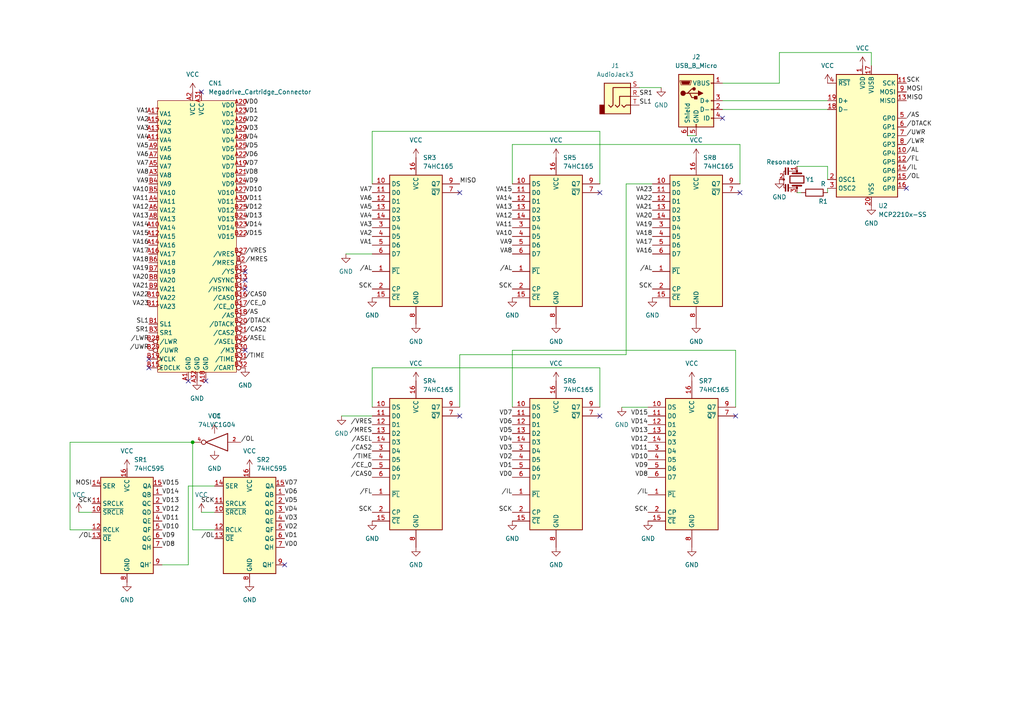
<source format=kicad_sch>
(kicad_sch (version 20211123) (generator eeschema)
  (paper "A4")
  (lib_symbols
    (symbol "74xGxx:74LVC1G04" (pin_names (offset 1.016))
      (property "Reference" "U" (at -2.54 3.81 0))
      (property "Value" "74LVC1G04" (at 0 -3.81 0))
      (symbol "74LVC1G04_0_1"
        (polyline (pts (xy -3.81 2.54) (xy -3.81 -2.54) (xy 2.54 0) (xy -3.81 2.54)) (stroke (width 0.254)))
      )
      (symbol "74LVC1G04_1_1"
        (pin input line (at -7.62 0 0) (length 3.81) (name "~") (number "2"))
        (pin power_in line (at 0 -2.54 270) (length 0) hide (name "GND") (number "3"))
        (pin output inverted (at 6.35 0 180) (length 3.81) (name "~") (number "4"))
        (pin power_in line (at 0 2.54 90) (length 0) hide (name "VCC") (number "5"))
      )
    )
    (symbol "74xx:74HC165"
      (property "Reference" "U" (at -7.62 19.05 0))
      (property "Value" "74HC165" (at -7.62 -21.59 0))
      (symbol "74HC165_1_0"
        (pin input line (at -12.7 -10.16 0) (length 5.08) (name "~{PL}") (number "1"))
        (pin input line (at -12.7 15.24 0) (length 5.08) (name "DS") (number "10"))
        (pin input line (at -12.7 12.7 0) (length 5.08) (name "D0") (number "11"))
        (pin input line (at -12.7 10.16 0) (length 5.08) (name "D1") (number "12"))
        (pin input line (at -12.7 7.62 0) (length 5.08) (name "D2") (number "13"))
        (pin input line (at -12.7 5.08 0) (length 5.08) (name "D3") (number "14"))
        (pin input line (at -12.7 -17.78 0) (length 5.08) (name "~{CE}") (number "15"))
        (pin power_in line (at 0 22.86 270) (length 5.08) (name "VCC") (number "16"))
        (pin input line (at -12.7 -15.24 0) (length 5.08) (name "CP") (number "2"))
        (pin input line (at -12.7 2.54 0) (length 5.08) (name "D4") (number "3"))
        (pin input line (at -12.7 0 0) (length 5.08) (name "D5") (number "4"))
        (pin input line (at -12.7 -2.54 0) (length 5.08) (name "D6") (number "5"))
        (pin input line (at -12.7 -5.08 0) (length 5.08) (name "D7") (number "6"))
        (pin output line (at 12.7 12.7 180) (length 5.08) (name "~{Q7}") (number "7"))
        (pin power_in line (at 0 -25.4 90) (length 5.08) (name "GND") (number "8"))
        (pin output line (at 12.7 15.24 180) (length 5.08) (name "Q7") (number "9"))
      )
      (symbol "74HC165_1_1"
        (rectangle (start -7.62 17.78) (end 7.62 -20.32) (stroke (width 0.254)) (fill (type background)))
      )
    )
    (symbol "74xx:74HC595"
      (property "Reference" "U" (at -7.62 13.97 0))
      (property "Value" "74HC595" (at -7.62 -16.51 0))
      (symbol "74HC595_1_0"
        (pin tri_state line (at 10.16 7.62 180) (length 2.54) (name "QB") (number "1"))
        (pin input line (at -10.16 2.54 0) (length 2.54) (name "~{SRCLR}") (number "10"))
        (pin input line (at -10.16 5.08 0) (length 2.54) (name "SRCLK") (number "11"))
        (pin input line (at -10.16 -2.54 0) (length 2.54) (name "RCLK") (number "12"))
        (pin input line (at -10.16 -5.08 0) (length 2.54) (name "~{OE}") (number "13"))
        (pin input line (at -10.16 10.16 0) (length 2.54) (name "SER") (number "14"))
        (pin tri_state line (at 10.16 10.16 180) (length 2.54) (name "QA") (number "15"))
        (pin power_in line (at 0 15.24 270) (length 2.54) (name "VCC") (number "16"))
        (pin tri_state line (at 10.16 5.08 180) (length 2.54) (name "QC") (number "2"))
        (pin tri_state line (at 10.16 2.54 180) (length 2.54) (name "QD") (number "3"))
        (pin tri_state line (at 10.16 0 180) (length 2.54) (name "QE") (number "4"))
        (pin tri_state line (at 10.16 -2.54 180) (length 2.54) (name "QF") (number "5"))
        (pin tri_state line (at 10.16 -5.08 180) (length 2.54) (name "QG") (number "6"))
        (pin tri_state line (at 10.16 -7.62 180) (length 2.54) (name "QH") (number "7"))
        (pin power_in line (at 0 -17.78 90) (length 2.54) (name "GND") (number "8"))
        (pin output line (at 10.16 -12.7 180) (length 2.54) (name "QH'") (number "9"))
      )
      (symbol "74HC595_1_1"
        (rectangle (start -7.62 12.7) (end 7.62 -15.24) (stroke (width 0.254)) (fill (type background)))
      )
    )
    (symbol "Connector:AudioJack3"
      (property "Reference" "J" (at 0 8.89 0))
      (property "Value" "AudioJack3" (at 0 6.35 0))
      (symbol "AudioJack3_0_1"
        (rectangle (start -5.08 -5.08) (end -6.35 -2.54) (stroke (width 0.254)) (fill (type outline)))
        (polyline (pts (xy 0 -2.54) (xy 0.635 -3.175) (xy 1.27 -2.54) (xy 2.54 -2.54)) (stroke (width 0.254)))
        (polyline (pts (xy -1.905 -2.54) (xy -1.27 -3.175) (xy -0.635 -2.54) (xy -0.635 0) (xy 2.54 0)) (stroke (width 0.254)))
        (polyline (pts (xy 2.54 2.54) (xy -2.54 2.54) (xy -2.54 -2.54) (xy -3.175 -3.175) (xy -3.81 -2.54)) (stroke (width 0.254)))
        (rectangle (start 2.54 3.81) (end -5.08 -5.08) (stroke (width 0.254)) (fill (type background)))
      )
      (symbol "AudioJack3_1_1"
        (pin passive line (at 5.08 0 180) (length 2.54) (name "~") (number "R"))
        (pin passive line (at 5.08 2.54 180) (length 2.54) (name "~") (number "S"))
        (pin passive line (at 5.08 -2.54 180) (length 2.54) (name "~") (number "T"))
      )
    )
    (symbol "Connector:USB_B_Micro" (pin_names (offset 1.016))
      (property "Reference" "J" (at -5.08 11.43 0))
      (property "Value" "USB_B_Micro" (at -5.08 8.89 0))
      (symbol "USB_B_Micro_0_1"
        (rectangle (start -5.08 -7.62) (end 5.08 7.62) (stroke (width 0.254)) (fill (type background)))
        (circle (center -3.81 2.159) (radius 0.635) (stroke (width 0.254)) (fill (type outline)))
        (circle (center -0.635 3.429) (radius 0.381) (stroke (width 0.254)) (fill (type outline)))
        (rectangle (start -0.127 -7.62) (end 0.127 -6.858))
        (polyline (pts (xy -1.905 2.159) (xy 0.635 2.159)) (stroke (width 0.254)))
        (polyline (pts (xy -3.175 2.159) (xy -2.54 2.159) (xy -1.27 3.429) (xy -0.635 3.429)) (stroke (width 0.254)))
        (polyline (pts (xy -2.54 2.159) (xy -1.905 2.159) (xy -1.27 0.889) (xy 0 0.889)) (stroke (width 0.254)))
        (polyline (pts (xy 0.635 2.794) (xy 0.635 1.524) (xy 1.905 2.159) (xy 0.635 2.794)) (stroke (width 0.254)) (fill (type outline)))
        (polyline (pts (xy -4.318 5.588) (xy -1.778 5.588) (xy -2.032 4.826) (xy -4.064 4.826) (xy -4.318 5.588)) (fill (type outline)))
        (polyline (pts (xy -4.699 5.842) (xy -4.699 5.588) (xy -4.445 4.826) (xy -4.445 4.572) (xy -1.651 4.572) (xy -1.651 4.826) (xy -1.397 5.588) (xy -1.397 5.842) (xy -4.699 5.842)))
        (rectangle (start 0.254 1.27) (end -0.508 0.508) (stroke (width 0.254)) (fill (type outline)))
        (rectangle (start 5.08 -5.207) (end 4.318 -4.953))
        (rectangle (start 5.08 -2.667) (end 4.318 -2.413))
        (rectangle (start 5.08 -0.127) (end 4.318 0.127))
        (rectangle (start 5.08 4.953) (end 4.318 5.207))
      )
      (symbol "USB_B_Micro_1_1"
        (pin power_out line (at 7.62 5.08 180) (length 2.54) (name "VBUS") (number "1"))
        (pin bidirectional line (at 7.62 -2.54 180) (length 2.54) (name "D-") (number "2"))
        (pin bidirectional line (at 7.62 0 180) (length 2.54) (name "D+") (number "3"))
        (pin passive line (at 7.62 -5.08 180) (length 2.54) (name "ID") (number "4"))
        (pin power_out line (at 0 -10.16 90) (length 2.54) (name "GND") (number "5"))
        (pin passive line (at -2.54 -10.16 90) (length 2.54) (name "Shield") (number "6"))
      )
    )
    (symbol "Device:R" (pin_numbers hide) (pin_names (offset 0))
      (property "Reference" "R" (at 2.032 0 90))
      (property "Value" "R" (at 0 0 90))
      (symbol "R_0_1"
        (rectangle (start -1.016 -2.54) (end 1.016 2.54) (stroke (width 0.254)))
      )
      (symbol "R_1_1"
        (pin passive line (at 0 3.81 270) (length 1.27) (name "~") (number "1"))
        (pin passive line (at 0 -3.81 90) (length 1.27) (name "~") (number "2"))
      )
    )
    (symbol "Device:Resonator" (pin_names (offset 1.016) hide)
      (property "Reference" "Y" (at 0 5.715 0))
      (property "Value" "Resonator" (at 0 3.81 0))
      (symbol "Resonator_0_1"
        (rectangle (start -3.429 -3.175) (end -1.397 -3.429) (fill (type outline)))
        (rectangle (start -3.429 -2.413) (end -1.397 -2.667) (fill (type outline)))
        (circle (center -2.413 0) (radius 0.254) (fill (type outline)))
        (rectangle (start -1.016 2.032) (end 1.016 -2.032) (stroke (width 0.3048)))
        (circle (center 0 -3.81) (radius 0.254) (fill (type outline)))
        (polyline (pts (xy -2.413 -2.413) (xy -2.413 0)))
        (polyline (pts (xy -1.905 0) (xy -3.175 0)))
        (polyline (pts (xy -1.778 -1.27) (xy -1.778 1.27)) (stroke (width 0.508)))
        (polyline (pts (xy 1.778 -1.27) (xy 1.778 1.27)) (stroke (width 0.508)))
        (polyline (pts (xy 1.905 0) (xy 2.54 0)))
        (polyline (pts (xy 2.413 0) (xy 2.413 -2.54)))
        (polyline (pts (xy 2.413 -3.302) (xy 2.413 -3.81) (xy -2.413 -3.81) (xy -2.413 -3.302)))
        (rectangle (start 1.397 -3.175) (end 3.429 -3.429) (fill (type outline)))
        (rectangle (start 1.397 -2.413) (end 3.429 -2.667) (fill (type outline)))
        (circle (center 2.413 0) (radius 0.254) (fill (type outline)))
      )
      (symbol "Resonator_1_1"
        (pin passive line (at -3.81 0 0) (length 1.27) (name "1") (number "1"))
        (pin passive line (at 0 -5.08 90) (length 1.27) (name "2") (number "2"))
        (pin passive line (at 3.81 0 180) (length 1.27) (name "3") (number "3"))
      )
    )
    (symbol "Interface_USB:MCP2210x-SS"
      (property "Reference" "U" (at -10.16 19.05 0))
      (property "Value" "MCP2210x-SS" (at 10.16 19.05 0))
      (symbol "MCP2210x-SS_0_1"
        (rectangle (start -10.16 17.78) (end 7.62 -17.78) (stroke (width 0.254)) (fill (type background)))
      )
      (symbol "MCP2210x-SS_1_1"
        (pin power_in line (at -2.54 20.32 270) (length 2.54) (name "VDD") (number "1"))
        (pin bidirectional line (at 10.16 -5.08 180) (length 2.54) (name "GP4") (number "10"))
        (pin output line (at 10.16 15.24 180) (length 2.54) (name "SCK") (number "11"))
        (pin bidirectional line (at 10.16 -7.62 180) (length 2.54) (name "GP5") (number "12"))
        (pin input line (at 10.16 10.16 180) (length 2.54) (name "MISO") (number "13"))
        (pin bidirectional line (at 10.16 -10.16 180) (length 2.54) (name "GP6") (number "14"))
        (pin bidirectional line (at 10.16 -12.7 180) (length 2.54) (name "GP7") (number "15"))
        (pin bidirectional line (at 10.16 -15.24 180) (length 2.54) (name "GP8") (number "16"))
        (pin passive line (at 0 20.32 270) (length 2.54) (name "VUSB") (number "17"))
        (pin bidirectional line (at -12.7 7.62 0) (length 2.54) (name "D-") (number "18"))
        (pin bidirectional line (at -12.7 10.16 0) (length 2.54) (name "D+") (number "19"))
        (pin input line (at -12.7 -12.7 0) (length 2.54) (name "OSC1") (number "2"))
        (pin power_in line (at 0 -20.32 90) (length 2.54) (name "VSS") (number "20"))
        (pin output line (at -12.7 -15.24 0) (length 2.54) (name "OSC2") (number "3"))
        (pin input line (at -12.7 15.24 0) (length 2.54) (name "~{RST}") (number "4"))
        (pin bidirectional line (at 10.16 5.08 180) (length 2.54) (name "GP0") (number "5"))
        (pin bidirectional line (at 10.16 2.54 180) (length 2.54) (name "GP1") (number "6"))
        (pin bidirectional line (at 10.16 0 180) (length 2.54) (name "GP2") (number "7"))
        (pin bidirectional line (at 10.16 -2.54 180) (length 2.54) (name "GP3") (number "8"))
        (pin output line (at 10.16 12.7 180) (length 2.54) (name "MOSI") (number "9"))
      )
    )
    (symbol "MegaLink:Megadrive_Cartridge_Connector"
      (property "Reference" "C" (at 0 35.56 0))
      (property "Value" "Megadrive_Cartridge_Connector" (at 0 33.02 0))
      (symbol "Megadrive_Cartridge_Connector_0_0"
        (pin power_out line (at -2.54 -53.34 90) (length 2.54) (name "GND") (number "A1"))
        (pin output line (at -13.97 -8.89 0) (length 2.54) (name "VA14") (number "A10"))
        (pin output line (at -13.97 16.51 0) (length 2.54) (name "VA4") (number "A11"))
        (pin output line (at -13.97 -11.43 0) (length 2.54) (name "VA15") (number "A12"))
        (pin output line (at -13.97 19.05 0) (length 2.54) (name "VA3") (number "A13"))
        (pin output line (at -13.97 -13.97 0) (length 2.54) (name "VA16") (number "A14"))
        (pin output line (at -13.97 21.59 0) (length 2.54) (name "VA2") (number "A15"))
        (pin output line (at -13.97 -16.51 0) (length 2.54) (name "VA17") (number "A16"))
        (pin output line (at -13.97 24.13 0) (length 2.54) (name "VA1") (number "A17"))
        (pin power_out line (at 2.54 -53.34 90) (length 2.54) (name "GND") (number "A18"))
        (pin bidirectional line (at 13.97 8.89 180) (length 2.54) (name "VD7") (number "A19"))
        (pin power_out line (at -1.27 30.48 270) (length 2.54) (name "VCC") (number "A2"))
        (pin bidirectional line (at 13.97 26.67 180) (length 2.54) (name "VD0") (number "A20"))
        (pin bidirectional line (at 13.97 6.35 180) (length 2.54) (name "VD8") (number "A21"))
        (pin bidirectional line (at 13.97 11.43 180) (length 2.54) (name "VD6") (number "A22"))
        (pin bidirectional line (at 13.97 24.13 180) (length 2.54) (name "VD1") (number "A23"))
        (pin bidirectional line (at 13.97 3.81 180) (length 2.54) (name "VD9") (number "A24"))
        (pin bidirectional line (at 13.97 13.97 180) (length 2.54) (name "VD5") (number "A25"))
        (pin bidirectional line (at 13.97 21.59 180) (length 2.54) (name "VD2") (number "A26"))
        (pin bidirectional line (at 13.97 1.27 180) (length 2.54) (name "VD10") (number "A27"))
        (pin bidirectional line (at 13.97 16.51 180) (length 2.54) (name "VD4") (number "A28"))
        (pin bidirectional line (at 13.97 19.05 180) (length 2.54) (name "VD3") (number "A29"))
        (pin output line (at -13.97 6.35 0) (length 2.54) (name "VA8") (number "A3"))
        (pin bidirectional line (at 13.97 -1.27 180) (length 2.54) (name "VD11") (number "A30"))
        (pin power_out line (at 1.27 30.48 270) (length 2.54) (name "VCC") (number "A31"))
        (pin power_out line (at 0 -53.34 90) (length 2.54) (name "GND") (number "A32"))
        (pin output line (at -13.97 -1.27 0) (length 2.54) (name "VA11") (number "A4"))
        (pin output line (at -13.97 8.89 0) (length 2.54) (name "VA7") (number "A5"))
        (pin output line (at -13.97 -3.81 0) (length 2.54) (name "VA12") (number "A6"))
        (pin output line (at -13.97 11.43 0) (length 2.54) (name "VA6") (number "A7"))
        (pin output line (at -13.97 -6.35 0) (length 2.54) (name "VA13") (number "A8"))
        (pin output line (at -13.97 13.97 0) (length 2.54) (name "VA5") (number "A9"))
        (pin input line (at -13.97 -36.83 0) (length 2.54) (name "SL1") (number "B1"))
        (pin output line (at -13.97 -29.21 0) (length 2.54) (name "VA22") (number "B10"))
        (pin output line (at -13.97 -31.75 0) (length 2.54) (name "VA23") (number "B11"))
        (pin output inverted (at 13.97 -21.59 180) (length 2.54) (name "/YS") (number "B12"))
        (pin output inverted (at 13.97 -24.13 180) (length 2.54) (name "/VSYNC") (number "B13"))
        (pin output inverted (at 13.97 -26.67 180) (length 2.54) (name "/HSYNC") (number "B14"))
        (pin output clock (at -13.97 -49.53 0) (length 2.54) (name "EDCLK") (number "B15"))
        (pin output inverted (at 13.97 -29.21 180) (length 2.54) (name "/CAS0") (number "B16"))
        (pin output inverted (at 13.97 -31.75 180) (length 2.54) (name "/CE_0") (number "B17"))
        (pin output inverted (at 13.97 -34.29 180) (length 2.54) (name "/AS") (number "B18"))
        (pin output clock (at -13.97 -46.99 0) (length 2.54) (name "VCLK") (number "B19"))
        (pin output inverted (at 13.97 -19.05 180) (length 2.54) (name "/MRES") (number "B2"))
        (pin input inverted (at 13.97 -36.83 180) (length 2.54) (name "/DTACK") (number "B20"))
        (pin output inverted (at 13.97 -39.37 180) (length 2.54) (name "/CAS2") (number "B21"))
        (pin bidirectional line (at 13.97 -11.43 180) (length 2.54) (name "VD15") (number "B22"))
        (pin bidirectional line (at 13.97 -8.89 180) (length 2.54) (name "VD14") (number "B23"))
        (pin bidirectional line (at 13.97 -6.35 180) (length 2.54) (name "VD13") (number "B24"))
        (pin bidirectional line (at 13.97 -3.81 180) (length 2.54) (name "VD12") (number "B25"))
        (pin output inverted (at 13.97 -41.91 180) (length 2.54) (name "/ASEL") (number "B26"))
        (pin output inverted (at 13.97 -16.51 180) (length 2.54) (name "/VRES") (number "B27"))
        (pin output inverted (at -13.97 -41.91 0) (length 2.54) (name "/LWR") (number "B28"))
        (pin output inverted (at -13.97 -44.45 0) (length 2.54) (name "/UWR") (number "B29"))
        (pin input line (at -13.97 -39.37 0) (length 2.54) (name "SR1") (number "B3"))
        (pin input inverted (at 13.97 -44.45 180) (length 2.54) (name "/M3") (number "B30"))
        (pin output inverted (at 13.97 -46.99 180) (length 2.54) (name "/TIME") (number "B31"))
        (pin input inverted (at 13.97 -49.53 180) (length 2.54) (name "/CART") (number "B32"))
        (pin output line (at -13.97 3.81 0) (length 2.54) (name "VA9") (number "B4"))
        (pin output line (at -13.97 1.27 0) (length 2.54) (name "VA10") (number "B5"))
        (pin output line (at -13.97 -19.05 0) (length 2.54) (name "VA18") (number "B6"))
        (pin output line (at -13.97 -21.59 0) (length 2.54) (name "VA19") (number "B7"))
        (pin output line (at -13.97 -24.13 0) (length 2.54) (name "VA20") (number "B8"))
        (pin output line (at -13.97 -26.67 0) (length 2.54) (name "VA21") (number "B9"))
      )
      (symbol "Megadrive_Cartridge_Connector_0_1"
        (rectangle (start -11.43 27.94) (end 11.43 -50.8) (fill (type background)))
      )
    )
    (symbol "power:GND" (power) (pin_names (offset 0))
      (property "Value" "GND" (at 0 -3.81 0))
      (symbol "GND_0_1"
        (polyline (pts (xy 0 0) (xy 0 -1.27) (xy 1.27 -1.27) (xy 0 -2.54) (xy -1.27 -1.27) (xy 0 -1.27)))
      )
      (symbol "GND_1_1"
        (pin power_in line (at 0 0 270) (length 0) hide (name "GND") (number "1"))
      )
    )
    (symbol "power:VCC" (power) (pin_names (offset 0))
      (property "Value" "VCC" (at 0 3.81 0))
      (symbol "VCC_0_1"
        (polyline (pts (xy -0.762 1.27) (xy 0 2.54)))
        (polyline (pts (xy 0 0) (xy 0 2.54)))
        (polyline (pts (xy 0 2.54) (xy 0.762 1.27)))
      )
      (symbol "VCC_1_1"
        (pin power_in line (at 0 0 90) (length 0) hide (name "VCC") (number "1"))
      )
    )
  )
  (junction (at 55.88 128.27))
  (no_connect (at 173.99 55.88))
  (no_connect (at 59.69 110.49))
  (no_connect (at 71.12 101.6))
  (no_connect (at 133.35 55.88))
  (no_connect (at 43.18 106.68))
  (no_connect (at 82.55 163.83))
  (no_connect (at 262.89 54.61))
  (no_connect (at 43.18 104.14))
  (no_connect (at 71.12 83.82))
  (no_connect (at 214.63 55.88))
  (no_connect (at 173.99 120.65))
  (no_connect (at 71.12 78.74))
  (no_connect (at 54.61 110.49))
  (no_connect (at 213.36 120.65))
  (no_connect (at 71.12 81.28))
  (no_connect (at 58.42 26.67))
  (no_connect (at 209.55 34.29))
  (no_connect (at 133.35 120.65))
  (wire (pts (xy 209.55 31.75) (xy 240.03 31.75)))
  (wire (pts (xy 55.88 128.27) (xy 55.88 153.67)))
  (wire (pts (xy 209.55 29.21) (xy 240.03 29.21)))
  (wire (pts (xy 107.95 38.1) (xy 107.95 53.34)))
  (wire (pts (xy 199.39 39.37) (xy 201.93 39.37)))
  (wire (pts (xy 240.03 52.07) (xy 240.03 48.26)))
  (wire (pts (xy 22.86 148.59) (xy 26.67 148.59)))
  (wire (pts (xy 107.95 118.11) (xy 107.95 106.68)))
  (wire (pts (xy 231.14 55.88) (xy 232.41 55.88)))
  (wire (pts (xy 173.99 106.68) (xy 173.99 118.11)))
  (wire (pts (xy 181.61 102.87) (xy 133.35 102.87)))
  (wire (pts (xy 181.61 53.34) (xy 181.61 102.87)))
  (wire (pts (xy 173.99 53.34) (xy 173.99 38.1)))
  (wire (pts (xy 240.03 54.61) (xy 240.03 55.88)))
  (wire (pts (xy 58.42 148.59) (xy 62.23 148.59)))
  (wire (pts (xy 20.32 128.27) (xy 55.88 128.27)))
  (wire (pts (xy 99.06 120.65) (xy 107.95 120.65)))
  (wire (pts (xy 252.73 15.24) (xy 226.06 15.24)))
  (wire (pts (xy 54.61 163.83) (xy 46.99 163.83)))
  (wire (pts (xy 148.59 118.11) (xy 148.59 101.6)))
  (wire (pts (xy 148.59 101.6) (xy 213.36 101.6)))
  (wire (pts (xy 55.88 153.67) (xy 62.23 153.67)))
  (wire (pts (xy 214.63 53.34) (xy 214.63 41.91)))
  (wire (pts (xy 133.35 102.87) (xy 133.35 118.11)))
  (wire (pts (xy 62.23 140.97) (xy 54.61 140.97)))
  (wire (pts (xy 107.95 106.68) (xy 173.99 106.68)))
  (wire (pts (xy 189.23 53.34) (xy 181.61 53.34)))
  (wire (pts (xy 240.03 48.26) (xy 231.14 48.26)))
  (wire (pts (xy 180.34 118.11) (xy 187.96 118.11)))
  (wire (pts (xy 185.42 25.4) (xy 191.77 25.4)))
  (wire (pts (xy 226.06 24.13) (xy 209.55 24.13)))
  (wire (pts (xy 214.63 41.91) (xy 148.59 41.91)))
  (wire (pts (xy 54.61 140.97) (xy 54.61 163.83)))
  (wire (pts (xy 226.06 15.24) (xy 226.06 24.13)))
  (wire (pts (xy 20.32 128.27) (xy 20.32 153.67)))
  (wire (pts (xy 173.99 38.1) (xy 107.95 38.1)))
  (wire (pts (xy 20.32 153.67) (xy 26.67 153.67)))
  (wire (pts (xy 148.59 41.91) (xy 148.59 53.34)))
  (wire (pts (xy 213.36 101.6) (xy 213.36 118.11)))
  (wire (pts (xy 100.33 73.66) (xy 107.95 73.66)))
  (wire (pts (xy 252.73 19.05) (xy 252.73 15.24)))
  (label "{slash}AL" (at 262.89 44.45 0))
  (label "VA21" (at 189.23 60.96 180))
  (label "VD2" (at 148.59 133.35 180))
  (label "VD12" (at 71.12 60.96 0))
  (label "VD2" (at 71.12 35.56 0))
  (label "{slash}TIME" (at 71.12 104.14 0))
  (label "VD1" (at 148.59 135.89 180))
  (label "{slash}VRES" (at 71.12 73.66 0))
  (label "{slash}MRES" (at 107.95 125.73 180))
  (label "SCK" (at 262.89 24.13 0))
  (label "VA20" (at 189.23 63.5 180))
  (label "VD11" (at 46.99 151.13 0))
  (label "VA13" (at 148.59 60.96 180))
  (label "VD12" (at 46.99 148.59 0))
  (label "{slash}AS" (at 262.89 34.29 0))
  (label "{slash}UWR" (at 43.18 101.6 180))
  (label "SCK" (at 187.96 148.59 180))
  (label "VA13" (at 43.18 63.5 180))
  (label "VD14" (at 71.12 66.04 0))
  (label "VD0" (at 148.59 138.43 180))
  (label "{slash}CAS2" (at 107.95 130.81 180))
  (label "SL1" (at 43.18 93.98 180))
  (label "VA4" (at 43.18 40.64 180))
  (label "VA3" (at 107.95 66.04 180))
  (label "VD8" (at 71.12 50.8 0))
  (label "VA9" (at 43.18 53.34 180))
  (label "VD11" (at 187.96 130.81 180))
  (label "VD6" (at 71.12 45.72 0))
  (label "SCK" (at 148.59 148.59 180))
  (label "VA22" (at 189.23 58.42 180))
  (label "{slash}ASEL" (at 107.95 128.27 180))
  (label "VD10" (at 187.96 133.35 180))
  (label "VD3" (at 71.12 38.1 0))
  (label "{slash}CE_0" (at 71.12 88.9 0))
  (label "SCK" (at 62.23 146.05 180))
  (label "VA2" (at 107.95 68.58 180))
  (label "VA10" (at 43.18 55.88 180))
  (label "VA19" (at 189.23 66.04 180))
  (label "VA5" (at 107.95 60.96 180))
  (label "VA3" (at 43.18 38.1 180))
  (label "VA12" (at 43.18 60.96 180))
  (label "MOSI" (at 262.89 26.67 0))
  (label "VA23" (at 43.18 88.9 180))
  (label "VA21" (at 43.18 83.82 180))
  (label "VD6" (at 148.59 123.19 180))
  (label "VD4" (at 148.59 128.27 180))
  (label "VD3" (at 82.55 151.13 0))
  (label "VD8" (at 187.96 138.43 180))
  (label "VD10" (at 71.12 55.88 0))
  (label "{slash}IL" (at 187.96 143.51 180))
  (label "MISO" (at 262.89 29.21 0))
  (label "VA4" (at 107.95 63.5 180))
  (label "{slash}AS" (at 71.12 91.44 0))
  (label "VD11" (at 71.12 58.42 0))
  (label "{slash}AL" (at 148.59 78.74 180))
  (label "VD1" (at 82.55 156.21 0))
  (label "VA20" (at 43.18 81.28 180))
  (label "VA17" (at 189.23 71.12 180))
  (label "VD14" (at 187.96 123.19 180))
  (label "{slash}TIME" (at 107.95 133.35 180))
  (label "VA17" (at 43.18 73.66 180))
  (label "SCK" (at 26.67 146.05 180))
  (label "VA6" (at 107.95 58.42 180))
  (label "SCK" (at 189.23 83.82 180))
  (label "VD9" (at 187.96 135.89 180))
  (label "VD12" (at 187.96 128.27 180))
  (label "VD9" (at 71.12 53.34 0))
  (label "VD0" (at 71.12 30.48 0))
  (label "VD7" (at 82.55 140.97 0))
  (label "SCK" (at 107.95 148.59 180))
  (label "{slash}IL" (at 148.59 143.51 180))
  (label "VA9" (at 148.59 71.12 180))
  (label "{slash}DTACK" (at 71.12 93.98 0))
  (label "{slash}VRES" (at 107.95 123.19 180))
  (label "VD0" (at 82.55 158.75 0))
  (label "VD8" (at 46.99 158.75 0))
  (label "SR1" (at 185.42 27.94 0))
  (label "VD2" (at 82.55 153.67 0))
  (label "{slash}ASEL" (at 71.12 99.06 0))
  (label "{slash}CAS0" (at 71.12 86.36 0))
  (label "VD10" (at 46.99 153.67 0))
  (label "VD4" (at 71.12 40.64 0))
  (label "VA11" (at 43.18 58.42 180))
  (label "VA2" (at 43.18 35.56 180))
  (label "SCK" (at 107.95 83.82 180))
  (label "VD7" (at 71.12 48.26 0))
  (label "VA7" (at 43.18 48.26 180))
  (label "{slash}CAS0" (at 107.95 138.43 180))
  (label "{slash}OL" (at 262.89 52.07 0))
  (label "{slash}CE_0" (at 107.95 135.89 180))
  (label "VD15" (at 46.99 140.97 0))
  (label "{slash}AL" (at 189.23 78.74 180))
  (label "VA8" (at 148.59 73.66 180))
  (label "MOSI" (at 26.67 140.97 180))
  (label "SR1" (at 43.18 96.52 180))
  (label "{slash}FL" (at 107.95 143.51 180))
  (label "{slash}MRES" (at 71.12 76.2 0))
  (label "VA14" (at 43.18 66.04 180))
  (label "VD13" (at 187.96 125.73 180))
  (label "VA12" (at 148.59 63.5 180))
  (label "{slash}IL" (at 262.89 49.53 0))
  (label "VD3" (at 148.59 130.81 180))
  (label "VD6" (at 82.55 143.51 0))
  (label "{slash}AL" (at 107.95 78.74 180))
  (label "VA16" (at 43.18 71.12 180))
  (label "SL1" (at 185.42 30.48 0))
  (label "{slash}OL" (at 62.23 156.21 180))
  (label "VD7" (at 148.59 120.65 180))
  (label "VD5" (at 148.59 125.73 180))
  (label "VA16" (at 189.23 73.66 180))
  (label "VD5" (at 82.55 146.05 0))
  (label "MISO" (at 133.35 53.34 0))
  (label "SCK" (at 148.59 83.82 180))
  (label "{slash}OL" (at 26.67 156.21 180))
  (label "{slash}DTACK" (at 262.89 36.83 0))
  (label "VA10" (at 148.59 68.58 180))
  (label "VD15" (at 187.96 120.65 180))
  (label "VA19" (at 43.18 78.74 180))
  (label "VA18" (at 43.18 76.2 180))
  (label "VA6" (at 43.18 45.72 180))
  (label "VA23" (at 189.23 55.88 180))
  (label "VA1" (at 107.95 71.12 180))
  (label "VA8" (at 43.18 50.8 180))
  (label "{slash}LWR" (at 43.18 99.06 180))
  (label "VA22" (at 43.18 86.36 180))
  (label "VA5" (at 43.18 43.18 180))
  (label "{slash}OL" (at 69.85 128.27 0))
  (label "{slash}FL" (at 262.89 46.99 0))
  (label "{slash}CAS2" (at 71.12 96.52 0))
  (label "VD13" (at 46.99 146.05 0))
  (label "VA1" (at 43.18 33.02 180))
  (label "VA11" (at 148.59 66.04 180))
  (label "VA15" (at 43.18 68.58 180))
  (label "VD4" (at 82.55 148.59 0))
  (label "VD1" (at 71.12 33.02 0))
  (label "VA14" (at 148.59 58.42 180))
  (label "VA18" (at 189.23 68.58 180))
  (label "VD13" (at 71.12 63.5 0))
  (label "VA15" (at 148.59 55.88 180))
  (label "VD15" (at 71.12 68.58 0))
  (label "VD14" (at 46.99 143.51 0))
  (label "{slash}LWR" (at 262.89 41.91 0))
  (label "VD5" (at 71.12 43.18 0))
  (label "VD9" (at 46.99 156.21 0))
  (label "VA7" (at 107.95 55.88 180))
  (label "{slash}UWR" (at 262.89 39.37 0))
  (symbol (lib_id "power:VCC") (at 62.23 125.73 0) (unit 1)
    (property "Reference" "#PWR07" (effects hide))
    (property "Value" "VCC" (at 62.23 120.65 0))
  )
  (symbol (lib_id "power:GND") (at 148.59 86.36 0) (unit 1)
    (property "Reference" "#PWR020" (effects hide))
    (property "Value" "GND" (at 148.59 91.44 0))
  )
  (symbol (lib_id "power:GND") (at 62.23 130.81 0) (unit 1)
    (property "Reference" "#PWR08" (effects hide))
    (property "Value" "GND" (at 62.23 135.89 0))
  )
  (symbol (lib_id "power:GND") (at 189.23 86.36 0) (unit 1)
    (property "Reference" "#PWR028" (effects hide))
    (property "Value" "GND" (at 189.23 91.44 0))
  )
  (symbol (lib_id "power:GND") (at 201.93 93.98 0) (unit 1)
    (property "Reference" "#PWR033" (effects hide))
    (property "Value" "GND" (at 201.93 99.06 0))
  )
  (symbol (lib_id "power:GND") (at 180.34 118.11 0) (unit 1)
    (property "Reference" "#PWR026" (effects hide))
    (property "Value" "GND" (at 180.34 123.19 0))
  )
  (symbol (lib_id "power:GND") (at 120.65 158.75 0) (unit 1)
    (property "Reference" "#PWR019" (effects hide))
    (property "Value" "GND" (at 120.65 163.83 0))
  )
  (symbol (lib_id "power:VCC") (at 201.93 45.72 0) (unit 1)
    (property "Reference" "#PWR032" (effects hide))
    (property "Value" "VCC" (at 201.93 40.64 0))
  )
  (symbol (lib_id "power:VCC") (at 200.66 110.49 0) (unit 1)
    (property "Reference" "#PWR030" (effects hide))
    (property "Value" "VCC" (at 200.66 105.41 0))
  )
  (symbol (lib_id "power:GND") (at 72.39 168.91 0) (unit 1)
    (property "Reference" "#PWR011" (effects hide))
    (property "Value" "GND" (at 72.39 173.99 0))
  )
  (symbol (lib_id "74xx:74HC595") (at 36.83 151.13 0) (unit 1)
    (property "Reference" "SR1" (at 38.8494 133.35 0) (effects (justify left)))
    (property "Value" "74HC595" (at 38.8494 135.89 0) (effects (justify left)))
    (property "Footprint" "MegaLink:74HC165_SO16" (effects hide))
    (property "Datasheet" "http://www.ti.com/lit/ds/symlink/sn74hc595.pdf" (effects hide))
  )
  (symbol (lib_id "power:GND") (at 226.06 52.07 0) (unit 1)
    (property "Reference" "#PWR034" (effects hide))
    (property "Value" "GND" (at 226.06 57.15 0))
  )
  (symbol (lib_id "Device:R") (at 236.22 55.88 90) (mirror x) (unit 1)
    (property "Reference" "R1" (at 238.76 58.42 90))
    (property "Value" "R" (at 238.76 53.34 90))
    (property "Footprint" "Resistor_THT:R_Axial_DIN0204_L3.6mm_D1.6mm_P5.08mm_Horizontal" (effects hide))
  )
  (symbol (lib_id "74xx:74HC165") (at 200.66 133.35 0) (unit 1)
    (property "Reference" "SR7" (at 202.6794 110.49 0) (effects (justify left)))
    (property "Value" "74HC165" (at 202.6794 113.03 0) (effects (justify left)))
    (property "Footprint" "MegaLink:74HC165_SO16" (effects hide))
    (property "Datasheet" "https://assets.nexperia.com/documents/data-sheet/74HC_HCT165.pdf" (effects hide))
  )
  (symbol (lib_id "power:GND") (at 120.65 93.98 0) (unit 1)
    (property "Reference" "#PWR017" (effects hide))
    (property "Value" "GND" (at 120.65 99.06 0))
  )
  (symbol (lib_id "power:GND") (at 107.95 151.13 0) (unit 1)
    (property "Reference" "#PWR015" (effects hide))
    (property "Value" "GND" (at 107.95 156.21 0))
  )
  (symbol (lib_id "power:GND") (at 36.83 168.91 0) (unit 1)
    (property "Reference" "#PWR03" (effects hide))
    (property "Value" "GND" (at 36.83 173.99 0))
  )
  (symbol (lib_id "Connector:AudioJack3") (at 180.34 27.94 0) (unit 1)
    (property "Reference" "J1" (at 178.435 19.05 0))
    (property "Value" "AudioJack3" (at 178.435 21.59 0))
    (property "Footprint" "Connector_Audio:Jack_3.5mm_CUI_SJ-3523-SMT_Horizontal" (effects hide))
  )
  (symbol (lib_id "power:GND") (at 161.29 158.75 0) (unit 1)
    (property "Reference" "#PWR025" (effects hide))
    (property "Value" "GND" (at 161.29 163.83 0))
  )
  (symbol (lib_id "power:VCC") (at 120.65 110.49 0) (unit 1)
    (property "Reference" "#PWR018" (effects hide))
    (property "Value" "VCC" (at 120.65 105.41 0))
  )
  (symbol (lib_id "power:GND") (at 191.77 25.4 0) (unit 1)
    (property "Reference" "#PWR029" (effects hide))
    (property "Value" "GND" (at 191.77 30.48 0))
  )
  (symbol (lib_id "Interface_USB:MCP2210x-SS") (at 252.73 39.37 0) (unit 1)
    (property "Reference" "U2" (at 254.7494 59.69 0) (effects (justify left)))
    (property "Value" "MCP2210x-SS" (at 254.7494 62.23 0) (effects (justify left)))
    (property "Footprint" "Package_SO:SSOP-20_5.3x7.2mm_P0.65mm" (effects hide))
    (property "Datasheet" "https://ww1.microchip.com/downloads/en/DeviceDoc/22288A.pdf" (effects hide))
  )
  (symbol (lib_id "power:VCC") (at 36.83 135.89 0) (unit 1)
    (property "Reference" "#PWR02" (effects hide))
    (property "Value" "VCC" (at 36.83 130.81 0))
  )
  (symbol (lib_id "74xx:74HC165") (at 161.29 133.35 0) (unit 1)
    (property "Reference" "SR6" (at 163.3094 110.49 0) (effects (justify left)))
    (property "Value" "74HC165" (at 163.3094 113.03 0) (effects (justify left)))
    (property "Footprint" "MegaLink:74HC165_SO16" (effects hide))
    (property "Datasheet" "https://assets.nexperia.com/documents/data-sheet/74HC_HCT165.pdf" (effects hide))
  )
  (symbol (lib_id "power:GND") (at 161.29 93.98 0) (unit 1)
    (property "Reference" "#PWR023" (effects hide))
    (property "Value" "GND" (at 161.29 99.06 0))
  )
  (symbol (lib_id "power:VCC") (at 161.29 110.49 0) (unit 1)
    (property "Reference" "#PWR024" (effects hide))
    (property "Value" "VCC" (at 161.29 105.41 0))
  )
  (symbol (lib_id "74xx:74HC595") (at 72.39 151.13 0) (unit 1)
    (property "Reference" "SR2" (at 74.4094 133.35 0) (effects (justify left)))
    (property "Value" "74HC595" (at 74.4094 135.89 0) (effects (justify left)))
    (property "Footprint" "MegaLink:74HC165_SO16" (effects hide))
    (property "Datasheet" "http://www.ti.com/lit/ds/symlink/sn74hc595.pdf" (effects hide))
  )
  (symbol (lib_id "power:GND") (at 71.12 106.68 0) (unit 1)
    (property "Reference" "#PWR09" (effects hide))
    (property "Value" "GND" (at 71.12 111.76 0))
  )
  (symbol (lib_id "Connector:USB_B_Micro") (at 201.93 29.21 0) (unit 1)
    (property "Reference" "J2" (at 201.93 16.51 0))
    (property "Value" "USB_B_Micro" (at 201.93 19.05 0))
    (property "Footprint" "Connector_USB:USB_Micro-B_Molex-105017-0001" (effects hide))
  )
  (symbol (lib_id "power:GND") (at 99.06 120.65 0) (unit 1)
    (property "Reference" "#PWR012" (effects hide))
    (property "Value" "GND" (at 99.06 125.73 0))
  )
  (symbol (lib_id "74xx:74HC165") (at 161.29 68.58 0) (unit 1)
    (property "Reference" "SR5" (at 163.3094 45.72 0) (effects (justify left)))
    (property "Value" "74HC165" (at 163.3094 48.26 0) (effects (justify left)))
    (property "Footprint" "MegaLink:74HC165_SO16" (effects hide))
    (property "Datasheet" "https://assets.nexperia.com/documents/data-sheet/74HC_HCT165.pdf" (effects hide))
  )
  (symbol (lib_id "power:GND") (at 200.66 158.75 0) (unit 1)
    (property "Reference" "#PWR031" (effects hide))
    (property "Value" "GND" (at 200.66 163.83 0))
  )
  (symbol (lib_id "power:VCC") (at 55.88 26.67 0) (unit 1)
    (property "Reference" "#PWR04" (effects hide))
    (property "Value" "VCC" (at 55.88 21.59 0))
  )
  (symbol (lib_id "power:VCC") (at 161.29 45.72 0) (unit 1)
    (property "Reference" "#PWR022" (effects hide))
    (property "Value" "VCC" (at 161.29 40.64 0))
  )
  (symbol (lib_id "power:VCC") (at 72.39 135.89 0) (unit 1)
    (property "Reference" "#PWR010" (effects hide))
    (property "Value" "VCC" (at 72.39 130.81 0))
  )
  (symbol (lib_id "power:GND") (at 148.59 151.13 0) (unit 1)
    (property "Reference" "#PWR021" (effects hide))
    (property "Value" "GND" (at 148.59 156.21 0))
  )
  (symbol (lib_id "power:VCC") (at 250.19 19.05 0) (unit 1)
    (property "Reference" "#PWR036" (effects hide))
    (property "Value" "VCC" (at 250.19 13.97 0))
  )
  (symbol (lib_id "Device:Resonator") (at 231.14 52.07 270) (unit 1)
    (property "Reference" "Y1" (at 233.68 52.07 90) (effects (justify left)))
    (property "Value" "Resonator" (at 222.25 46.99 90) (effects (justify left)))
    (property "Footprint" "Crystal:Resonator-3Pin_W6.0mm_H3.0mm" (effects hide))
  )
  (symbol (lib_id "power:VCC") (at 120.65 45.72 0) (unit 1)
    (property "Reference" "#PWR016" (effects hide))
    (property "Value" "VCC" (at 120.65 40.64 0))
  )
  (symbol (lib_id "74xx:74HC165") (at 120.65 68.58 0) (unit 1)
    (property "Reference" "SR3" (at 122.6694 45.72 0) (effects (justify left)))
    (property "Value" "74HC165" (at 122.6694 48.26 0) (effects (justify left)))
    (property "Footprint" "MegaLink:74HC165_SO16" (effects hide))
    (property "Datasheet" "https://assets.nexperia.com/documents/data-sheet/74HC_HCT165.pdf" (effects hide))
  )
  (symbol (lib_id "power:VCC") (at 58.42 148.59 0) (unit 1)
    (property "Reference" "#PWR06" (effects hide))
    (property "Value" "VCC" (at 58.42 143.51 0))
  )
  (symbol (lib_id "MegaLink:Megadrive_Cartridge_Connector") (at 57.15 57.15 0) (unit 1)
    (property "Reference" "CN1" (at 60.4394 24.13 0) (effects (justify left)))
    (property "Value" "Megadrive_Cartridge_Connector" (at 60.4394 26.67 0) (effects (justify left)))
    (property "Footprint" "MegaLink:Megadrive Cartridge Connector" (effects hide))
  )
  (symbol (lib_id "74xx:74HC165") (at 201.93 68.58 0) (unit 1)
    (property "Reference" "SR8" (at 203.9494 45.72 0) (effects (justify left)))
    (property "Value" "74HC165" (at 203.9494 48.26 0) (effects (justify left)))
    (property "Footprint" "MegaLink:74HC165_SO16" (effects hide))
    (property "Datasheet" "https://assets.nexperia.com/documents/data-sheet/74HC_HCT165.pdf" (effects hide))
  )
  (symbol (lib_id "power:GND") (at 57.15 110.49 0) (unit 1)
    (property "Reference" "#PWR05" (effects hide))
    (property "Value" "GND" (at 57.15 115.57 0))
  )
  (symbol (lib_id "power:GND") (at 107.95 86.36 0) (unit 1)
    (property "Reference" "#PWR014" (effects hide))
    (property "Value" "GND" (at 107.95 91.44 0))
  )
  (symbol (lib_id "74xx:74HC165") (at 120.65 133.35 0) (unit 1)
    (property "Reference" "SR4" (at 122.6694 110.49 0) (effects (justify left)))
    (property "Value" "74HC165" (at 122.6694 113.03 0) (effects (justify left)))
    (property "Footprint" "MegaLink:74HC165_SO16" (effects hide))
    (property "Datasheet" "https://assets.nexperia.com/documents/data-sheet/74HC_HCT165.pdf" (effects hide))
  )
  (symbol (lib_id "74xGxx:74LVC1G04") (at 62.23 128.27 0) (mirror y) (unit 1)
    (property "Reference" "U1" (at 62.865 120.65 0))
    (property "Value" "74LVC1G04" (at 62.865 123.19 0))
    (property "Footprint" "MegaLink:Logic_DRL" (effects hide))
    (property "Datasheet" "http://www.ti.com/lit/sg/scyt129e/scyt129e.pdf" (effects hide))
  )
  (symbol (lib_id "power:VCC") (at 22.86 148.59 0) (unit 1)
    (property "Reference" "#PWR01" (effects hide))
    (property "Value" "VCC" (at 22.86 143.51 0))
  )
  (symbol (lib_id "power:GND") (at 187.96 151.13 0) (unit 1)
    (property "Reference" "#PWR027" (effects hide))
    (property "Value" "GND" (at 187.96 156.21 0))
  )
  (symbol (lib_id "power:GND") (at 252.73 59.69 0) (unit 1)
    (property "Reference" "#PWR037" (effects hide))
    (property "Value" "GND" (at 252.73 64.77 0))
  )
  (symbol (lib_id "power:GND") (at 100.33 73.66 0) (unit 1)
    (property "Reference" "#PWR013" (effects hide))
    (property "Value" "GND" (at 100.33 78.74 0))
  )
  (symbol (lib_id "power:VCC") (at 240.03 24.13 0) (unit 1)
    (property "Reference" "#PWR035" (effects hide))
    (property "Value" "VCC" (at 240.03 19.05 0))
  )
)
</source>
